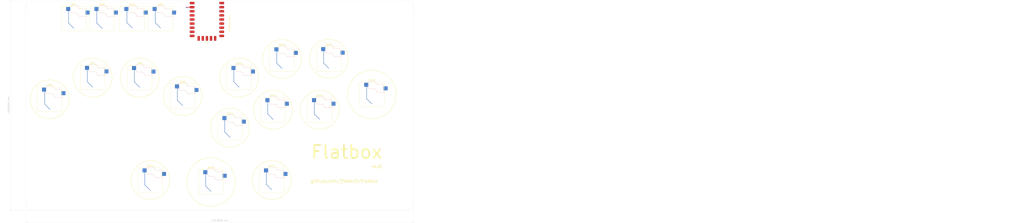
<source format=kicad_pcb>
(kicad_pcb (version 20240108) (generator "pcbnew") (generator_version "8.0")
  (layers (0 "F.Cu" signal) (31 "B.Cu" signal) (34 "B.Paste" user) (35 "F.Paste" user) (36 "B.SilkS" user "B.Silkscreen") (37 "F.SilkS" user "F.Silkscreen") (38 "B.Mask" user) (39 "F.Mask" user) (44 "Edge.Cuts" user))
  (net 0 "")
  (net 1 "GND")
  (net 2 "LEFT")
  (net 3 "DOWN")
  (net 4 "RIGHT")
  (net 5 "UP")
  (net 6 "L1")
  (net 7 "R1")
  (net 8 "TRIANGLE")
  (net 9 "SQUARE")
  (net 10 "CIRCLE")
  (net 11 "CROSS")
  (net 12 "R2")
  (net 13 "L2")
  (net 14 "OPT1")
  (net 15 "OPT2")
  (net 16 "OPT3")
  (net 17 "OPT4")
  (net 18 "OPT5")
  (net 19 "OPT6")
  (footprint "PCM_Switch_Keyboard_Hotswap_Kailh:SW_Hotswap_Kailh_Choc_V1V2" (layer "F.Cu") (at 120.4 68.05)
    (property "Reference" "SW8" (at 0 -9 0) (layer "F.SilkS"))
    (property "Value" "SW_Push")
    (pad "" np_thru_hole circle (at -5.5 0) (size 1.9 1.9) (drill 1.9) (layers "*.Cu" "*.Mask"))
    (pad "" np_thru_hole circle (at -5 5.15) (size 1.6 1.6) (drill 1.6) (layers "*.Cu" "*.Mask"))
    (pad "" np_thru_hole circle (at 0 -5.9) (size 3.05 3.05) (drill 3.05) (layers "*.Cu" "*.Mask"))
    (pad "" np_thru_hole circle (at 0 0) (size 5.05 5.05) (drill 5.05) (layers "*.Cu" "*.Mask"))
    (pad "" np_thru_hole circle (at 5 -3.8) (size 3.05 3.05) (drill 3.05) (layers "*.Cu" "*.Mask"))
    (pad "" np_thru_hole circle (at 5.5 0) (size 1.9 1.9) (drill 1.9) (layers "*.Cu" "*.Mask"))
    (pad "1" smd roundrect (at -3.5 -6) (size 2.55 2.5) (layers "B.Cu" "B.Paste" "B.Mask") (roundrect_rratio 0.1) (net 3 "DOWN"))
    (pad "2" smd roundrect (at 8.5 -3.8) (size 2.55 2.5) (layers "B.Cu" "B.Paste" "B.Mask") (roundrect_rratio 0.1) (net 1 "GND"))
  )
  (footprint "PCM_Switch_Keyboard_Hotswap_Kailh:SW_Hotswap_Kailh_Choc_V1V2" (layer "F.Cu") (at 147 79.4)
    (property "Reference" "SW9" (at 0 -9 0) (layer "F.SilkS"))
    (property "Value" "SW_Push")
    (pad "" np_thru_hole circle (at -5.5 0) (size 1.9 1.9) (drill 1.9) (layers "*.Cu" "*.Mask"))
    (pad "" np_thru_hole circle (at -5 5.15) (size 1.6 1.6) (drill 1.6) (layers "*.Cu" "*.Mask"))
    (pad "" np_thru_hole circle (at 0 -5.9) (size 3.05 3.05) (drill 3.05) (layers "*.Cu" "*.Mask"))
    (pad "" np_thru_hole circle (at 0 0) (size 5.05 5.05) (drill 5.05) (layers "*.Cu" "*.Mask"))
    (pad "" np_thru_hole circle (at 5 -3.8) (size 3.05 3.05) (drill 3.05) (layers "*.Cu" "*.Mask"))
    (pad "" np_thru_hole circle (at 5.5 0) (size 1.9 1.9) (drill 1.9) (layers "*.Cu" "*.Mask"))
    (pad "1" smd roundrect (at -3.5 -6) (size 2.55 2.5) (layers "B.Cu" "B.Paste" "B.Mask") (roundrect_rratio 0.1) (net 4 "RIGHT"))
    (pad "2" smd roundrect (at 8.5 -3.8) (size 2.55 2.5) (layers "B.Cu" "B.Paste" "B.Mask") (roundrect_rratio 0.1) (net 1 "GND"))
  )
  (footprint "PCM_Switch_Keyboard_Hotswap_Kailh:SW_Hotswap_Kailh_Choc_V1V2" (layer "F.Cu") (at 164.5 132.5)
    (property "Reference" "SW18" (at 0 -9 0) (layer "F.SilkS"))
    (property "Value" "SW_Push")
    (pad "" np_thru_hole circle (at -5.5 0) (size 1.9 1.9) (drill 1.9) (layers "*.Cu" "*.Mask"))
    (pad "" np_thru_hole circle (at -5 5.15) (size 1.6 1.6) (drill 1.6) (layers "*.Cu" "*.Mask"))
    (pad "" np_thru_hole circle (at 0 -5.9) (size 3.05 3.05) (drill 3.05) (layers "*.Cu" "*.Mask"))
    (pad "" np_thru_hole circle (at 0 0) (size 5.05 5.05) (drill 5.05) (layers "*.Cu" "*.Mask"))
    (pad "" np_thru_hole circle (at 5 -3.8) (size 3.05 3.05) (drill 3.05) (layers "*.Cu" "*.Mask"))
    (pad "" np_thru_hole circle (at 5.5 0) (size 1.9 1.9) (drill 1.9) (layers "*.Cu" "*.Mask"))
    (pad "1" smd roundrect (at -3.5 -6) (size 2.55 2.5) (layers "B.Cu" "B.Paste" "B.Mask") (roundrect_rratio 0.1) (net 5 "UP"))
    (pad "2" smd roundrect (at 8.5 -3.8) (size 2.55 2.5) (layers "B.Cu" "B.Paste" "B.Mask") (roundrect_rratio 0.1) (net 1 "GND"))
  )
  (footprint "PCM_Switch_Keyboard_Hotswap_Kailh:SW_Hotswap_Kailh_Choc_V1V2" (layer "F.Cu") (at 181.94 67.99)
    (property "Reference" "SW10" (at 0 -9 0) (layer "F.SilkS"))
    (property "Value" "SW_Push")
    (pad "" np_thru_hole circle (at -5.5 0) (size 1.9 1.9) (drill 1.9) (layers "*.Cu" "*.Mask"))
    (pad "" np_thru_hole circle (at -5 5.15) (size 1.6 1.6) (drill 1.6) (layers "*.Cu" "*.Mask"))
    (pad "" np_thru_hole circle (at 0 -5.9) (size 3.05 3.05) (drill 3.05) (layers "*.Cu" "*.Mask"))
    (pad "" np_thru_hole circle (at 0 0) (size 5.05 5.05) (drill 5.05) (layers "*.Cu" "*.Mask"))
    (pad "" np_thru_hole circle (at 5 -3.8) (size 3.05 3.05) (drill 3.05) (layers "*.Cu" "*.Mask"))
    (pad "" np_thru_hole circle (at 5.5 0) (size 1.9 1.9) (drill 1.9) (layers "*.Cu" "*.Mask"))
    (pad "1" smd roundrect (at -3.5 -6) (size 2.55 2.5) (layers "B.Cu" "B.Paste" "B.Mask") (roundrect_rratio 0.1) (net 9 "SQUARE"))
    (pad "2" smd roundrect (at 8.5 -3.8) (size 2.55 2.5) (layers "B.Cu" "B.Paste" "B.Mask") (roundrect_rratio 0.1) (net 1 "GND"))
  )
  (footprint "PCM_Switch_Keyboard_Hotswap_Kailh:SW_Hotswap_Kailh_Choc_V1V2" (layer "F.Cu") (at 208.5 56.46)
    (property "Reference" "SW11" (at 0 -9 0) (layer "F.SilkS"))
    (property "Value" "SW_Push")
    (pad "" np_thru_hole circle (at -5.5 0) (size 1.9 1.9) (drill 1.9) (layers "*.Cu" "*.Mask"))
    (pad "" np_thru_hole circle (at -5 5.15) (size 1.6 1.6) (drill 1.6) (layers "*.Cu" "*.Mask"))
    (pad "" np_thru_hole circle (at 0 -5.9) (size 3.05 3.05) (drill 3.05) (layers "*.Cu" "*.Mask"))
    (pad "" np_thru_hole circle (at 0 0) (size 5.05 5.05) (drill 5.05) (layers "*.Cu" "*.Mask"))
    (pad "" np_thru_hole circle (at 5 -3.8) (size 3.05 3.05) (drill 3.05) (layers "*.Cu" "*.Mask"))
    (pad "" np_thru_hole circle (at 5.5 0) (size 1.9 1.9) (drill 1.9) (layers "*.Cu" "*.Mask"))
    (pad "1" smd roundrect (at -3.5 -6) (size 2.55 2.5) (layers "B.Cu" "B.Paste" "B.Mask") (roundrect_rratio 0.1) (net 8 "TRIANGLE"))
    (pad "2" smd roundrect (at 8.5 -3.8) (size 2.55 2.5) (layers "B.Cu" "B.Paste" "B.Mask") (roundrect_rratio 0.1) (net 1 "GND"))
  )
  (footprint "PCM_Switch_Keyboard_Hotswap_Kailh:SW_Hotswap_Kailh_Choc_V1V2" (layer "F.Cu") (at 237.47 56.34)
    (property "Reference" "SW12" (at 0 -9 0) (layer "F.SilkS"))
    (property "Value" "SW_Push")
    (pad "" np_thru_hole circle (at -5.5 0) (size 1.9 1.9) (drill 1.9) (layers "*.Cu" "*.Mask"))
    (pad "" np_thru_hole circle (at -5 5.15) (size 1.6 1.6) (drill 1.6) (layers "*.Cu" "*.Mask"))
    (pad "" np_thru_hole circle (at 0 -5.9) (size 3.05 3.05) (drill 3.05) (layers "*.Cu" "*.Mask"))
    (pad "" np_thru_hole circle (at 0 0) (size 5.05 5.05) (drill 5.05) (layers "*.Cu" "*.Mask"))
    (pad "" np_thru_hole circle (at 5 -3.8) (size 3.05 3.05) (drill 3.05) (layers "*.Cu" "*.Mask"))
    (pad "" np_thru_hole circle (at 5.5 0) (size 1.9 1.9) (drill 1.9) (layers "*.Cu" "*.Mask"))
    (pad "1" smd roundrect (at -3.5 -6) (size 2.55 2.5) (layers "B.Cu" "B.Paste" "B.Mask") (roundrect_rratio 0.1) (net 7 "R1"))
    (pad "2" smd roundrect (at 8.5 -3.8) (size 2.55 2.5) (layers "B.Cu" "B.Paste" "B.Mask") (roundrect_rratio 0.1) (net 1 "GND"))
  )
  (footprint "PCM_Switch_Keyboard_Hotswap_Kailh:SW_Hotswap_Kailh_Choc_V1V2" (layer "F.Cu") (at 176.33 99.03)
    (property "Reference" "SW14" (at 0 -9 0) (layer "F.SilkS"))
    (property "Value" "SW_Push")
    (pad "" np_thru_hole circle (at -5.5 0) (size 1.9 1.9) (drill 1.9) (layers "*.Cu" "*.Mask"))
    (pad "" np_thru_hole circle (at -5 5.15) (size 1.6 1.6) (drill 1.6) (layers "*.Cu" "*.Mask"))
    (pad "" np_thru_hole circle (at 0 -5.9) (size 3.05 3.05) (drill 3.05) (layers "*.Cu" "*.Mask"))
    (pad "" np_thru_hole circle (at 0 0) (size 5.05 5.05) (drill 5.05) (layers "*.Cu" "*.Mask"))
    (pad "" np_thru_hole circle (at 5 -3.8) (size 3.05 3.05) (drill 3.05) (layers "*.Cu" "*.Mask"))
    (pad "" np_thru_hole circle (at 5.5 0) (size 1.9 1.9) (drill 1.9) (layers "*.Cu" "*.Mask"))
    (pad "1" smd roundrect (at -3.5 -6) (size 2.55 2.5) (layers "B.Cu" "B.Paste" "B.Mask") (roundrect_rratio 0.1) (net 11 "CROSS"))
    (pad "2" smd roundrect (at 8.5 -3.8) (size 2.55 2.5) (layers "B.Cu" "B.Paste" "B.Mask") (roundrect_rratio 0.1) (net 1 "GND"))
  )
  (footprint "PCM_Switch_Keyboard_Hotswap_Kailh:SW_Hotswap_Kailh_Choc_V1V2" (layer "F.Cu") (at 202.94 87.92)
    (property "Reference" "SW15" (at 0 -9 0) (layer "F.SilkS"))
    (property "Value" "SW_Push")
    (pad "" np_thru_hole circle (at -5.5 0) (size 1.9 1.9) (drill 1.9) (layers "*.Cu" "*.Mask"))
    (pad "" np_thru_hole circle (at -5 5.15) (size 1.6 1.6) (drill 1.6) (layers "*.Cu" "*.Mask"))
    (pad "" np_thru_hole circle (at 0 -5.9) (size 3.05 3.05) (drill 3.05) (layers "*.Cu" "*.Mask"))
    (pad "" np_thru_hole circle (at 0 0) (size 5.05 5.05) (drill 5.05) (layers "*.Cu" "*.Mask"))
    (pad "" np_thru_hole circle (at 5 -3.8) (size 3.05 3.05) (drill 3.05) (layers "*.Cu" "*.Mask"))
    (pad "" np_thru_hole circle (at 5.5 0) (size 1.9 1.9) (drill 1.9) (layers "*.Cu" "*.Mask"))
    (pad "1" smd roundrect (at -3.5 -6) (size 2.55 2.5) (layers "B.Cu" "B.Paste" "B.Mask") (roundrect_rratio 0.1) (net 10 "CIRCLE"))
    (pad "2" smd roundrect (at 8.5 -3.8) (size 2.55 2.5) (layers "B.Cu" "B.Paste" "B.Mask") (roundrect_rratio 0.1) (net 1 "GND"))
  )
  (footprint "PCM_Switch_Keyboard_Hotswap_Kailh:SW_Hotswap_Kailh_Choc_V1V2" (layer "F.Cu") (at 231.79 87.92)
    (property "Reference" "SW16" (at 0 -9 0) (layer "F.SilkS"))
    (property "Value" "SW_Push")
    (pad "" np_thru_hole circle (at -5.5 0) (size 1.9 1.9) (drill 1.9) (layers "*.Cu" "*.Mask"))
    (pad "" np_thru_hole circle (at -5 5.15) (size 1.6 1.6) (drill 1.6) (layers "*.Cu" "*.Mask"))
    (pad "" np_thru_hole circle (at 0 -5.9) (size 3.05 3.05) (drill 3.05) (layers "*.Cu" "*.Mask"))
    (pad "" np_thru_hole circle (at 0 0) (size 5.05 5.05) (drill 5.05) (layers "*.Cu" "*.Mask"))
    (pad "" np_thru_hole circle (at 5 -3.8) (size 3.05 3.05) (drill 3.05) (layers "*.Cu" "*.Mask"))
    (pad "" np_thru_hole circle (at 5.5 0) (size 1.9 1.9) (drill 1.9) (layers "*.Cu" "*.Mask"))
    (pad "1" smd roundrect (at -3.5 -6) (size 2.55 2.5) (layers "B.Cu" "B.Paste" "B.Mask") (roundrect_rratio 0.1) (net 12 "R2"))
    (pad "2" smd roundrect (at 8.5 -3.8) (size 2.55 2.5) (layers "B.Cu" "B.Paste" "B.Mask") (roundrect_rratio 0.1) (net 1 "GND"))
  )
  (footprint "MountingHole:MountingHole_6.4mm_M6" (layer "F.Cu") (at 60 30)
    (property "Reference" "H1" (hide yes))
    (property "Value" "MountingHole")
    (pad "" np_thru_hole circle (at 0 0) (size 6.4 6.4) (drill 6.4) (layers "*.Cu" "*.Mask"))
  )
  (footprint "MountingHole:MountingHole_6.4mm_M6" (layer "F.Cu") (at 60 140)
    (property "Reference" "H4" (hide yes))
    (property "Value" "MountingHole")
    (pad "" np_thru_hole circle (at 0 0) (size 6.4 6.4) (drill 6.4) (layers "*.Cu" "*.Mask"))
  )
  (footprint "MountingHole:MountingHole_6.4mm_M6" (layer "F.Cu") (at 280 140)
    (property "Reference" "H6" (hide yes))
    (property "Value" "MountingHole")
    (pad "" np_thru_hole circle (at 0 0) (size 6.4 6.4) (drill 6.4) (layers "*.Cu" "*.Mask"))
  )
  (footprint "MountingHole:MountingHole_6.4mm_M6" (layer "F.Cu") (at 661 37.5)
    (property "Reference" "H3" (hide yes))
    (property "Value" "MountingHole")
    (pad "" np_thru_hole circle (at 0 0) (size 6.4 6.4) (drill 6.4) (layers "*.Cu" "*.Mask"))
  )
  (footprint "PCM_Switch_Keyboard_Hotswap_Kailh:SW_Hotswap_Kailh_Choc_V1V2" (layer "F.Cu") (at 91.305 67.93)
    (property "Reference" "SW7" (at 0 -9 0) (layer "F.SilkS"))
    (property "Value" "SW_Push")
    (pad "" np_thru_hole circle (at -5.5 0) (size 1.9 1.9) (drill 1.9) (layers "*.Cu" "*.Mask"))
    (pad "" np_thru_hole circle (at -5 5.15) (size 1.6 1.6) (drill 1.6) (layers "*.Cu" "*.Mask"))
    (pad "" np_thru_hole circle (at 0 -5.9) (size 3.05 3.05) (drill 3.05) (layers "*.Cu" "*.Mask"))
    (pad "" np_thru_hole circle (at 0 0) (size 5.05 5.05) (drill 5.05) (layers "*.Cu" "*.Mask"))
    (pad "" np_thru_hole circle (at 5 -3.8) (size 3.05 3.05) (drill 3.05) (layers "*.Cu" "*.Mask"))
    (pad "" np_thru_hole circle (at 5.5 0) (size 1.9 1.9) (drill 1.9) (layers "*.Cu" "*.Mask"))
    (pad "1" smd roundrect (at -3.5 -6) (size 2.55 2.5) (layers "B.Cu" "B.Paste" "B.Mask") (roundrect_rratio 0.1) (net 2 "LEFT"))
    (pad "2" smd roundrect (at 8.5 -3.8) (size 2.55 2.5) (layers "B.Cu" "B.Paste" "B.Mask") (roundrect_rratio 0.1) (net 1 "GND"))
  )
  (footprint "MountingHole:MountingHole_6.4mm_M6" (layer "F.Cu") (at 280 30)
    (property "Reference" "H3" (hide yes))
    (property "Value" "MountingHole")
    (pad "" np_thru_hole circle (at 0 0) (size 6.4 6.4) (drill 6.4) (layers "*.Cu" "*.Mask"))
  )
  (footprint "PCM_Switch_Keyboard_Hotswap_Kailh:SW_Hotswap_Kailh_Choc_V1V2_1.00u" (layer "F.Cu") (at 97.1375 31.5)
    (property "Reference" "SW2" (at 0 -9 0) (layer "F.SilkS"))
    (property "Value" "SW_Push")
    (pad "" np_thru_hole circle (at -5.5 0) (size 1.9 1.9) (drill 1.9) (layers "*.Cu" "*.Mask"))
    (pad "" np_thru_hole circle (at -5 5.15) (size 1.6 1.6) (drill 1.6) (layers "*.Cu" "*.Mask"))
    (pad "" np_thru_hole circle (at 0 -5.9) (size 3.05 3.05) (drill 3.05) (layers "*.Cu" "*.Mask"))
    (pad "" np_thru_hole circle (at 0 0) (size 5.05 5.05) (drill 5.05) (layers "*.Cu" "*.Mask"))
    (pad "" np_thru_hole circle (at 5 -3.8) (size 3.05 3.05) (drill 3.05) (layers "*.Cu" "*.Mask"))
    (pad "" np_thru_hole circle (at 5.5 0) (size 1.9 1.9) (drill 1.9) (layers "*.Cu" "*.Mask"))
    (pad "1" smd roundrect (at -3.5 -6) (size 2.55 2.5) (layers "B.Cu" "B.Paste" "B.Mask") (roundrect_rratio 0.1) (net 15 "OPT2"))
    (pad "2" smd roundrect (at 8.5 -3.8) (size 2.55 2.5) (layers "B.Cu" "B.Paste" "B.Mask") (roundrect_rratio 0.1) (net 1 "GND"))
  )
  (footprint "PCM_Switch_Keyboard_Hotswap_Kailh:SW_Hotswap_Kailh_Choc_V1V2_1.00u" (layer "F.Cu") (at 115.6365 31.5)
    (property "Reference" "SW5" (at 0 -9 0) (layer "F.SilkS"))
    (property "Value" "SW_Push")
    (pad "" np_thru_hole circle (at -5.5 0) (size 1.9 1.9) (drill 1.9) (layers "*.Cu" "*.Mask"))
    (pad "" np_thru_hole circle (at -5 5.15) (size 1.6 1.6) (drill 1.6) (layers "*.Cu" "*.Mask"))
    (pad "" np_thru_hole circle (at 0 -5.9) (size 3.05 3.05) (drill 3.05) (layers "*.Cu" "*.Mask"))
    (pad "" np_thru_hole circle (at 0 0) (size 5.05 5.05) (drill 5.05) (layers "*.Cu" "*.Mask"))
    (pad "" np_thru_hole circle (at 5 -3.8) (size 3.05 3.05) (drill 3.05) (layers "*.Cu" "*.Mask"))
    (pad "" np_thru_hole circle (at 5.5 0) (size 1.9 1.9) (drill 1.9) (layers "*.Cu" "*.Mask"))
    (pad "1" smd roundrect (at -3.5 -6) (size 2.55 2.5) (layers "B.Cu" "B.Paste" "B.Mask") (roundrect_rratio 0.1) (net 18 "OPT5"))
    (pad "2" smd roundrect (at 8.5 -3.8) (size 2.55 2.5) (layers "B.Cu" "B.Paste" "B.Mask") (roundrect_rratio 0.1) (net 1 "GND"))
  )
  (footprint "PCM_Switch_Keyboard_Hotswap_Kailh:SW_Hotswap_Kailh_Choc_V1V2_1.00u" (layer "F.Cu") (at 79.6375 31.5)
    (property "Reference" "SW1" (at 0 -9 0) (layer "F.SilkS"))
    (property "Value" "SW_Push")
    (pad "" np_thru_hole circle (at -5.5 0) (size 1.9 1.9) (drill 1.9) (layers "*.Cu" "*.Mask"))
    (pad "" np_thru_hole circle (at -5 5.15) (size 1.6 1.6) (drill 1.6) (layers "*.Cu" "*.Mask"))
    (pad "" np_thru_hole circle (at 0 -5.9) (size 3.05 3.05) (drill 3.05) (layers "*.Cu" "*.Mask"))
    (pad "" np_thru_hole circle (at 0 0) (size 5.05 5.05) (drill 5.05) (layers "*.Cu" "*.Mask"))
    (pad "" np_thru_hole circle (at 5 -3.8) (size 3.05 3.05) (drill 3.05) (layers "*.Cu" "*.Mask"))
    (pad "" np_thru_hole circle (at 5.5 0) (size 1.9 1.9) (drill 1.9) (layers "*.Cu" "*.Mask"))
    (pad "1" smd roundrect (at -3.5 -6) (size 2.55 2.5) (layers "B.Cu" "B.Paste" "B.Mask") (roundrect_rratio 0.1) (net 14 "OPT1"))
    (pad "2" smd roundrect (at 8.5 -3.8) (size 2.55 2.5) (layers "B.Cu" "B.Paste" "B.Mask") (roundrect_rratio 0.1) (net 1 "GND"))
  )
  (footprint "PCM_Switch_Keyboard_Hotswap_Kailh:SW_Hotswap_Kailh_Choc_V1V2_1.00u" (layer "F.Cu") (at 133.1375 31.5)
    (property "Reference" "SW6" (at 0 -9 0) (layer "F.SilkS"))
    (property "Value" "SW_Push")
    (pad "" np_thru_hole circle (at -5.5 0) (size 1.9 1.9) (drill 1.9) (layers "*.Cu" "*.Mask"))
    (pad "" np_thru_hole circle (at -5 5.15) (size 1.6 1.6) (drill 1.6) (layers "*.Cu" "*.Mask"))
    (pad "" np_thru_hole circle (at 0 -5.9) (size 3.05 3.05) (drill 3.05) (layers "*.Cu" "*.Mask"))
    (pad "" np_thru_hole circle (at 0 0) (size 5.05 5.05) (drill 5.05) (layers "*.Cu" "*.Mask"))
    (pad "" np_thru_hole circle (at 5 -3.8) (size 3.05 3.05) (drill 3.05) (layers "*.Cu" "*.Mask"))
    (pad "" np_thru_hole circle (at 5.5 0) (size 1.9 1.9) (drill 1.9) (layers "*.Cu" "*.Mask"))
    (pad "1" smd roundrect (at -3.5 -6) (size 2.55 2.5) (layers "B.Cu" "B.Paste" "B.Mask") (roundrect_rratio 0.1) (net 19 "OPT6"))
    (pad "2" smd roundrect (at 8.5 -3.8) (size 2.55 2.5) (layers "B.Cu" "B.Paste" "B.Mask") (roundrect_rratio 0.1) (net 1 "GND"))
  )
  (footprint "PCM_Switch_Keyboard_Hotswap_Kailh:SW_Hotswap_Kailh_Choc_V1V2" (layer "F.Cu") (at 64.705 81.4)
    (property "Reference" "SW9" (at 0 -9 0) (layer "F.SilkS"))
    (property "Value" "SW_Push")
    (pad "" np_thru_hole circle (at -5.5 0) (size 1.9 1.9) (drill 1.9) (layers "*.Cu" "*.Mask"))
    (pad "" np_thru_hole circle (at -5 5.15) (size 1.6 1.6) (drill 1.6) (layers "*.Cu" "*.Mask"))
    (pad "" np_thru_hole circle (at 0 -5.9) (size 3.05 3.05) (drill 3.05) (layers "*.Cu" "*.Mask"))
    (pad "" np_thru_hole circle (at 0 0) (size 5.05 5.05) (drill 5.05) (layers "*.Cu" "*.Mask"))
    (pad "" np_thru_hole circle (at 5 -3.8) (size 3.05 3.05) (drill 3.05) (layers "*.Cu" "*.Mask"))
    (pad "" np_thru_hole circle (at 5.5 0) (size 1.9 1.9) (drill 1.9) (layers "*.Cu" "*.Mask"))
    (pad "1" smd roundrect (at -3.5 -6) (size 2.55 2.5) (layers "B.Cu" "B.Paste" "B.Mask") (roundrect_rratio 0.1) (net 16 "OPT3"))
    (pad "2" smd roundrect (at 8.5 -3.8) (size 2.55 2.5) (layers "B.Cu" "B.Paste" "B.Mask") (roundrect_rratio 0.1) (net 1 "GND"))
  )
  (footprint "PCM_Switch_Keyboard_Hotswap_Kailh:SW_Hotswap_Kailh_Choc_V1V2" (layer "F.Cu") (at 264.086255 78.410082)
    (property "Reference" "SW13" (at 0 -9 0) (layer "F.SilkS"))
    (property "Value" "SW_Push")
    (pad "" np_thru_hole circle (at -5.5 0) (size 1.9 1.9) (drill 1.9) (layers "F&B.Cu" "*.Mask"))
    (pad "" np_thru_hole circle (at -5 5.15) (size 1.6 1.6) (drill 1.6) (layers "F&B.Cu" "*.Mask"))
    (pad "" np_thru_hole circle (at 0 -5.9) (size 3.05 3.05) (drill 3.05) (layers "F&B.Cu" "*.Mask"))
    (pad "" np_thru_hole circle (at 0 0) (size 5.05 5.05) (drill 5.05) (layers "F&B.Cu" "*.Mask"))
    (pad "" np_thru_hole circle (at 5 -3.8) (size 3.05 3.05) (drill 3.05) (layers "F&B.Cu" "*.Mask"))
    (pad "" np_thru_hole circle (at 5.5 0) (size 1.9 1.9) (drill 1.9) (layers "F&B.Cu" "*.Mask"))
    (pad "1" smd roundrect (at -3.5 -6) (size 2.55 2.5) (layers "B.Cu" "B.Paste" "B.Mask") (roundrect_rratio 0.1) (net 6 "L1"))
    (pad "2" smd roundrect (at 8.5 -3.8) (size 2.55 2.5) (layers "B.Cu" "B.Paste" "B.Mask") (roundrect_rratio 0.1) (net 1 "GND"))
  )
  (footprint "PCM_Switch_Keyboard_Hotswap_Kailh:SW_Hotswap_Kailh_Choc_V1V2" (layer "F.Cu") (at 126.92 131.38)
    (property "Reference" "SW14" (at 0 -9 0) (layer "F.SilkS"))
    (property "Value" "SW_Push")
    (pad "" np_thru_hole circle (at -5.5 0) (size 1.9 1.9) (drill 1.9) (layers "F&B.Cu" "*.Mask"))
    (pad "" np_thru_hole circle (at -5 5.15) (size 1.6 1.6) (drill 1.6) (layers "F&B.Cu" "*.Mask"))
    (pad "" np_thru_hole circle (at 0 -5.9) (size 3.05 3.05) (drill 3.05) (layers "F&B.Cu" "*.Mask"))
    (pad "" np_thru_hole circle (at 0 0) (size 5.05 5.05) (drill 5.05) (layers "F&B.Cu" "*.Mask"))
    (pad "" np_thru_hole circle (at 5 -3.8) (size 3.05 3.05) (drill 3.05) (layers "F&B.Cu" "*.Mask"))
    (pad "" np_thru_hole circle (at 5.5 0) (size 1.9 1.9) (drill 1.9) (layers "F&B.Cu" "*.Mask"))
    (pad "1" smd roundrect (at -3.5 -6) (size 2.55 2.5) (layers "B.Cu" "B.Paste" "B.Mask") (roundrect_rratio 0.1) (net 19 "OPT6"))
    (pad "2" smd roundrect (at 8.5 -3.8) (size 2.55 2.5) (layers "B.Cu" "B.Paste" "B.Mask") (roundrect_rratio 0.1) (net 1 "GND"))
  )
  (footprint "RP2040-Zero:RP2040-Zero" (layer "F.Cu") (at 162 32)
    (property "Reference" "A1" (at 0 14.35 0) (layer "F.SilkS"))
    (property "Value" "RP2040-Zero")
    (pad "1" smd roundrect (at 9.16 -10.16 180) (size 3 1.524) (layers "F.Cu" "F.Paste" "F.Mask"))
    (pad "2" smd roundrect (at 9.16 -7.62 180) (size 3 1.524) (layers "F.Cu" "F.Paste" "F.Mask"))
    (pad "3" smd roundrect (at 9.16 -5.08 180) (size 3 1.524) (layers "F.Cu" "F.Paste" "F.Mask"))
    (pad "4" smd roundrect (at 9.16 -2.54 180) (size 3 1.524) (layers "F.Cu" "F.Paste" "F.Mask") (net 16 "OPT3"))
    (pad "5" smd roundrect (at 9.16 0 180) (size 3 1.524) (layers "F.Cu" "F.Paste" "F.Mask") (net 6 "L1"))
    (pad "6" smd roundrect (at 9.16 2.54 180) (size 3 1.524) (layers "F.Cu" "F.Paste" "F.Mask") (net 7 "R1"))
    (pad "7" smd roundrect (at 9.16 5.08 180) (size 3 1.524) (layers "F.Cu" "F.Paste" "F.Mask") (net 12 "R2"))
    (pad "8" smd roundrect (at 9.16 7.62 180) (size 3 1.524) (layers "F.Cu" "F.Paste" "F.Mask") (net 8 "TRIANGLE"))
    (pad "9" smd roundrect (at 9.16 10.16 180) (size 3 1.524) (layers "F.Cu" "F.Paste" "F.Mask") (net 10 "CIRCLE"))
    (pad "10" smd roundrect (at 5.08 11.7 270) (size 3 1.524) (layers "F.Cu" "F.Paste" "F.Mask") (net 9 "SQUARE"))
    (pad "11" smd roundrect (at 2.54 11.7 270) (size 3 1.524) (layers "F.Cu" "F.Paste" "F.Mask") (net 11 "CROSS"))
    (pad "12" smd roundrect (at 0 11.7 270) (size 3 1.524) (layers "F.Cu" "F.Paste" "F.Mask") (net 13 "L2"))
    (pad "13" smd roundrect (at -2.54 11.7 270) (size 3 1.524) (layers "F.Cu" "F.Paste" "F.Mask") (net 5 "UP"))
    (pad "14" smd roundrect (at -5.08 11.7 90) (size 3 1.524) (layers "F.Cu" "F.Paste" "F.Mask") (net 4 "RIGHT"))
    (pad "15" smd roundrect (at -9.16 10.16 180) (size 3 1.524) (layers "F.Cu" "F.Paste" "F.Mask") (net 17 "OPT4"))
    (pad "16" smd roundrect (at -9.16 7.62 180) (size 3 1.524) (layers "F.Cu" "F.Paste" "F.Mask") (net 3 "DOWN"))
    (pad "17" smd roundrect (at -9.16 5.08 180) (size 3 1.524) (layers "F.Cu" "F.Paste" "F.Mask") (net 19 "OPT6"))
    (pad "18" smd roundrect (at -9.16 2.54 180) (size 3 1.524) (layers "F.Cu" "F.Paste" "F.Mask") (net 17 "OPT4"))
    (pad "19" smd roundrect (at -9.16 0 180) (size 3 1.524) (layers "F.Cu" "F.Paste" "F.Mask") (net 18 "OPT5"))
    (pad "20" smd roundrect (at -9.16 -2.54 180) (size 3 1.524) (layers "F.Cu" "F.Paste" "F.Mask") (net 19 "OPT6"))
    (pad "21" smd roundrect (at -9.16 -5.08 180) (size 3 1.524) (layers "F.Cu" "F.Paste" "F.Mask"))
    (pad "22" smd roundrect (at -9.16 -10.16 180) (size 3 1.524) (layers "F.Cu" "F.Paste" "F.Mask"))
    (pad "23" smd roundrect (at -9.16 -7.62 180) (size 3 1.524) (layers "F.Cu" "F.Paste" "F.Mask") (net 1 "GND"))
  )
  (footprint "MountingHole:MountingHole_6.4mm_M6" (layer "F.Cu") (at 167 81)
    (property "Reference" "H2" (hide yes))
    (property "Value" "MountingHole")
    (pad "" np_thru_hole circle (at 0 0) (size 6.4 6.4) (drill 6.4) (layers "F&B.Cu" "*.Mask"))
  )
  (footprint "MountingHole:MountingHole_6.4mm_M6" (layer "F.Cu") (at 190 30)
    (property "Reference" "H2" (hide yes))
    (property "Value" "MountingHole")
    (pad "" np_thru_hole circle (at 0 0) (size 6.4 6.4) (drill 6.4) (layers "F&B.Cu" "*.Mask"))
  )
  (footprint "MountingHole:MountingHole_6.4mm_M6" (layer "F.Cu") (at 185 140)
    (property "Reference" "H5" (hide yes))
    (property "Value" "MountingHole")
    (pad "" np_thru_hole circle (at 0 0) (size 6.4 6.4) (drill 6.4) (layers "F&B.Cu" "*.Mask"))
  )
  (footprint "PCM_Switch_Keyboard_Hotswap_Kailh:SW_Hotswap_Kailh_Choc_V1V2" (layer "F.Cu") (at 202.08 131.38)
    (property "Reference" "SW17" (at 0 -9 0) (layer "F.SilkS"))
    (property "Value" "SW_Push")
    (pad "" np_thru_hole circle (at -5.5 0) (size 1.9 1.9) (drill 1.9) (layers "*.Cu" "*.Mask"))
    (pad "" np_thru_hole circle (at -5 5.15) (size 1.6 1.6) (drill 1.6) (layers "*.Cu" "*.Mask"))
    (pad "" np_thru_hole circle (at 0 -5.9) (size 3.05 3.05) (drill 3.05) (layers "*.Cu" "*.Mask"))
    (pad "" np_thru_hole circle (at 0 0) (size 5.05 5.05) (drill 5.05) (layers "*.Cu" "*.Mask"))
    (pad "" np_thru_hole circle (at 5 -3.8) (size 3.05 3.05) (drill 3.05) (layers "*.Cu" "*.Mask"))
    (pad "" np_thru_hole circle (at 5.5 0) (size 1.9 1.9) (drill 1.9) (layers "*.Cu" "*.Mask"))
    (pad "1" smd roundrect (at -3.5 -6) (size 2.55 2.5) (layers "B.Cu" "B.Paste" "B.Mask") (roundrect_rratio 0.1) (net 13 "L2"))
    (pad "2" smd roundrect (at 8.5 -3.8) (size 2.55 2.5) (layers "B.Cu" "B.Paste" "B.Mask") (roundrect_rratio 0.1) (net 1 "GND"))
  )
  (gr_line (start 249.462567 56.343258) (end 249.462567 56.343258) (stroke (width 0.2)) (layer "F.SilkS"))
  (gr_curve (pts (xy 132.917215 141.799308) (xy 129.20603 143.947765) (xy 124.633662 143.947765) (xy 120.922477 141.799308)) (stroke (width 0.2)) (layer "F.SilkS"))
  (gr_curve (pts (xy 108.400345 68.05053) (xy 108.400345 63.753617) (xy 110.686529 59.783105) (xy 114.397714 57.634648)) (stroke (width 0.2)) (layer "F.SilkS"))
  (gr_curve (pts (xy 70.701646 91.818162) (xy 66.990462 93.966619) (xy 62.418093 93.966619) (xy 58.706909 91.818162)) (stroke (width 0.2)) (layer "F.SilkS"))
  (gr_curve (pts (xy 126.392452 57.634648) (xy 130.103636 59.783105) (xy 132.389821 63.753617) (xy 132.389821 68.05053)) (stroke (width 0.2)) (layer "F.SilkS"))
  (gr_curve (pts (xy 214.492661 66.8774) (xy 210.781476 69.025857) (xy 206.209108 69.025857) (xy 202.497923 66.8774)) (stroke (width 0.2)) (layer "F.SilkS"))
  (gr_curve (pts (xy 249.077592 78.409747) (xy 249.077592 73.034523) (xy 251.937493 68.067611) (xy 256.58 65.38)) (stroke (width 0.2)) (layer "F.SilkS"))
  (gr_line (start 220.49003 56.461518) (end 220.49003 56.461518) (stroke (width 0.2)) (layer "F.SilkS"))
  (gr_curve (pts (xy 156.993745 145.529412) (xy 152.351238 142.8418) (xy 149.491337 137.874889) (xy 149.491337 132.499665)) (stroke (width 0.2)) (layer "F.SilkS"))
  (gr_curve (pts (xy 237.78893 98.333303) (xy 234.077745 100.481759) (xy 229.505377 100.481759) (xy 225.794192 98.333303)) (stroke (width 0.2)) (layer "F.SilkS"))
  (gr_curve (pts (xy 279.087224 78.409747) (xy 279.087224 83.784971) (xy 276.227322 88.751882) (xy 271.584816 91.439494)) (stroke (width 0.2)) (layer "F.SilkS"))
  (gr_curve (pts (xy 190.085108 131.383426) (xy 190.085108 127.086513) (xy 192.371293 123.116001) (xy 196.082477 120.967546)) (stroke (width 0.2)) (layer "F.SilkS"))
  (gr_curve (pts (xy 70.701646 70.986398) (xy 74.412831 73.134855) (xy 76.699015 77.105367) (xy 76.699015 81.40228)) (stroke (width 0.2)) (layer "F.SilkS"))
  (gr_curve (pts (xy 225.794192 77.501539) (xy 229.505377 75.353082) (xy 234.077745 75.353082) (xy 237.78893 77.501539)) (stroke (width 0.2)) (layer "F.SilkS"))
  (gr_curve (pts (xy 175.945684 78.410868) (xy 172.234499 76.262411) (xy 169.948315 72.2919) (xy 169.948315 67.994986)) (stroke (width 0.2)) (layer "F.SilkS"))
  (gr_curve (pts (xy 243.786299 87.917421) (xy 243.786299 92.214334) (xy 241.500115 96.184846) (xy 237.78893 98.333303)) (stroke (width 0.2)) (layer "F.SilkS"))
  (gr_curve (pts (xy 120.922477 120.967546) (xy 124.633662 118.819088) (xy 129.20603 118.819088) (xy 132.917215 120.967546)) (stroke (width 0.2)) (layer "F.SilkS"))
  (gr_curve (pts (xy 243.465198 45.927376) (xy 247.176383 48.075832) (xy 249.462567 52.046344) (xy 249.462567 56.343258)) (stroke (width 0.2)) (layer "F.SilkS"))
  (gr_line (start 214.932021 87.917421) (end 214.932021 87.917421) (stroke (width 0.2)) (layer "F.SilkS"))
  (gr_curve (pts (xy 126.392452 78.466412) (xy 122.681267 80.614869) (xy 118.108899 80.614869) (xy 114.397714 78.466412)) (stroke (width 0.2)) (layer "F.SilkS"))
  (gr_curve (pts (xy 208.934652 98.333303) (xy 205.223467 100.481759) (xy 200.651099 100.481759) (xy 196.939914 98.333303)) (stroke (width 0.2)) (layer "F.SilkS"))
  (gr_line (start 279.087224 78.409747) (end 279.087224 78.409747) (stroke (width 0.2)) (layer "F.SilkS"))
  (gr_curve (pts (xy 219.796823 87.917421) (xy 219.796823 83.620507) (xy 222.083008 79.649996) (xy 225.794192 77.501539)) (stroke (width 0.2)) (layer "F.SilkS"))
  (gr_curve (pts (xy 171.998561 145.529412) (xy 167.356055 148.217024) (xy 161.636251 148.217024) (xy 156.993745 145.529412)) (stroke (width 0.2)) (layer "F.SilkS"))
  (gr_curve (pts (xy 202.497923 46.045636) (xy 206.209108 43.89718) (xy 210.781476 43.89718) (xy 214.492661 46.045636)) (stroke (width 0.2)) (layer "F.SilkS"))
  (gr_curve (pts (xy 114.925108 131.383426) (xy 114.925108 127.086513) (xy 117.211293 123.116001) (xy 120.922477 120.967546)) (stroke (width 0.2)) (layer "F.SilkS"))
  (gr_curve (pts (xy 120.922477 141.799308) (xy 117.211293 139.650852) (xy 114.925108 135.68034) (xy 114.925108 131.383426)) (stroke (width 0.2)) (layer "F.SilkS"))
  (gr_curve (pts (xy 97.301646 57.516398) (xy 101.012831 59.664855) (xy 103.299015 63.635367) (xy 103.299015 67.93228)) (stroke (width 0.2)) (layer "F.SilkS"))
  (gr_curve (pts (xy 58.706909 70.986398) (xy 62.418093 68.837941) (xy 66.990462 68.837941) (xy 70.701646 70.986398)) (stroke (width 0.2)) (layer "F.SilkS"))
  (gr_curve (pts (xy 193.937791 67.994986) (xy 193.937791 72.2919) (xy 191.651607 76.262411) (xy 187.940422 78.410868)) (stroke (width 0.2)) (layer "F.SilkS"))
  (gr_curve (pts (xy 85.306909 57.516398) (xy 89.018093 55.367941) (xy 93.590462 55.367941) (xy 97.301646 57.516398)) (stroke (width 0.2)) (layer "F.SilkS"))
  (gr_curve (pts (xy 164.335108 99.033426) (xy 164.335108 94.736513) (xy 166.621293 90.766001) (xy 170.332477 88.617546)) (stroke (width 0.2)) (layer "F.SilkS"))
  (gr_curve (pts (xy 196.082477 141.799308) (xy 192.371293 139.650852) (xy 190.085108 135.68034) (xy 190.085108 131.383426)) (stroke (width 0.2)) (layer "F.SilkS"))
  (gr_curve (pts (xy 225.473091 56.343258) (xy 225.473091 52.046344) (xy 227.759275 48.075832) (xy 231.47046 45.927376)) (stroke (width 0.2)) (layer "F.SilkS"))
  (gr_curve (pts (xy 152.999904 89.818924) (xy 149.288719 91.96738) (xy 144.716351 91.96738) (xy 141.005166 89.818924)) (stroke (width 0.2)) (layer "F.SilkS"))
  (gr_curve (pts (xy 135.007798 79.403042) (xy 135.007798 75.106128) (xy 137.293982 71.135617) (xy 141.005166 68.98716)) (stroke (width 0.2)) (layer "F.SilkS"))
  (gr_curve (pts (xy 170.332477 88.617546) (xy 174.043662 86.469088) (xy 178.61603 86.469088) (xy 182.327215 88.617546)) (stroke (width 0.2)) (layer "F.SilkS"))
  (gr_curve (pts (xy 187.940422 57.579104) (xy 191.651607 59.727561) (xy 193.937791 63.698073) (xy 193.937791 67.994986)) (stroke (width 0.2)) (layer "F.SilkS"))
  (gr_curve (pts (xy 196.082477 120.967546) (xy 199.793662 118.819088) (xy 204.36603 118.819088) (xy 208.077215 120.967546)) (stroke (width 0.2)) (layer "F.SilkS"))
  (gr_curve (pts (xy 208.077215 120.967546) (xy 211.7884 123.116001) (xy 214.074584 127.086513) (xy 214.074584 131.383426)) (stroke (width 0.2)) (layer "F.SilkS"))
  (gr_curve (pts (xy 58.706909 91.818162) (xy 54.995724 89.669705) (xy 52.70954 85.699193) (xy 52.70954 81.40228)) (stroke (width 0.2)) (layer "F.SilkS"))
  (gr_line (start 188.324584 99.033426) (end 188.324584 99.033426) (stroke (width 0.2)) (layer "F.SilkS"))
  (gr_curve (pts (xy 214.932021 87.917421) (xy 214.932021 92.214334) (xy 212.645837 96.184846) (xy 208.934652 98.333303)) (stroke (width 0.2)) (layer "F.SilkS"))
  (gr_curve (pts (xy 171.998561 119.469918) (xy 176.641067 122.157529) (xy 179.500969 127.124441) (xy 179.500969 132.499665)) (stroke (width 0.2)) (layer "F.SilkS"))
  (gr_curve (pts (xy 208.077215 141.799308) (xy 204.36603 143.947765) (xy 199.793662 143.947765) (xy 196.082477 141.799308)) (stroke (width 0.2)) (layer "F.SilkS"))
  (gr_curve (pts (xy 97.301646 78.348162) (xy 93.590462 80.496619) (xy 89.018093 80.496619) (xy 85.306909 78.348162)) (stroke (width 0.2)) (layer "F.SilkS"))
  (gr_curve (pts (xy 202.497923 66.8774) (xy 198.786739 64.728943) (xy 196.500555 60.758432) (xy 196.500555 56.461518)) (stroke (width 0.2)) (layer "F.SilkS"))
  (gr_curve (pts (xy 149.491337 132.499665) (xy 149.491337 127.124441) (xy 152.351238 122.157529) (xy 156.993745 119.469918)) (stroke (width 0.2)) (layer "F.SilkS"))
  (gr_line (start 193.937791 67.994986) (end 193.937791 67.994986) (stroke (width 0.2)) (layer "F.SilkS"))
  (gr_curve (pts (xy 182.327215 88.617546) (xy 186.0384 90.766001) (xy 188.324584 94.736513) (xy 188.324584 99.033426)) (stroke (width 0.2)) (layer "F.SilkS"))
  (gr_curve (pts (xy 256.58 91.439494) (xy 251.937493 88.751882) (xy 249.077592 83.784971) (xy 249.077592 78.409747)) (stroke (width 0.2)) (layer "F.SilkS"))
  (gr_curve (pts (xy 196.939914 98.333303) (xy 193.228729 96.184846) (xy 190.942545 92.214334) (xy 190.942545 87.917421)) (stroke (width 0.2)) (layer "F.SilkS"))
  (gr_curve (pts (xy 214.492661 46.045636) (xy 218.203846 48.194093) (xy 220.49003 52.164605) (xy 220.49003 56.461518)) (stroke (width 0.2)) (layer "F.SilkS"))
  (gr_curve (pts (xy 196.939914 77.501539) (xy 200.651099 75.353082) (xy 205.223467 75.353082) (xy 208.934652 77.501539)) (stroke (width 0.2)) (layer "F.SilkS"))
  (gr_curve (pts (xy 103.299015 67.93228) (xy 103.299015 72.229193) (xy 101.012831 76.199705) (xy 97.301646 78.348162)) (stroke (width 0.2)) (layer "F.SilkS"))
  (gr_curve (pts (xy 214.074584 131.383426) (xy 214.074584 135.68034) (xy 211.7884 139.650852) (xy 208.077215 141.799308)) (stroke (width 0.2)) (layer "F.SilkS"))
  (gr_curve (pts (xy 196.500555 56.461518) (xy 196.500555 52.164605) (xy 198.786739 48.194093) (xy 202.497923 46.045636)) (stroke (width 0.2)) (layer "F.SilkS"))
  (gr_curve (pts (xy 256.58 65.38) (xy 261.222506 62.692388) (xy 266.94231 62.692388) (xy 271.584816 65.38)) (stroke (width 0.2)) (layer "F.SilkS"))
  (gr_line (start 103.299015 67.93228) (end 103.299015 67.93228) (stroke (width 0.2)) (layer "F.SilkS"))
  (gr_curve (pts (xy 141.005166 68.98716) (xy 144.716351 66.838703) (xy 149.288719 66.838703) (xy 152.999904 68.98716)) (stroke (width 0.2)) (layer "F.SilkS"))
  (gr_curve (pts (xy 179.500969 132.499665) (xy 179.500969 137.874889) (xy 176.641067 142.8418) (xy 171.998561 145.529412)) (stroke (width 0.2)) (layer "F.SilkS"))
  (gr_curve (pts (xy 190.942545 87.917421) (xy 190.942545 83.620507) (xy 193.228729 79.649996) (xy 196.939914 77.501539)) (stroke (width 0.2)) (layer "F.SilkS"))
  (gr_curve (pts (xy 138.914584 131.383426) (xy 138.914584 135.68034) (xy 136.6284 139.650852) (xy 132.917215 141.799308)) (stroke (width 0.2)) (layer "F.SilkS"))
  (gr_curve (pts (xy 52.70954 81.40228) (xy 52.70954 77.105367) (xy 54.995724 73.134855) (xy 58.706909 70.986398)) (stroke (width 0.2)) (layer "F.SilkS"))
  (gr_curve (pts (xy 152.999904 68.98716) (xy 156.711089 71.135617) (xy 158.997273 75.106128) (xy 158.997273 79.403042)) (stroke (width 0.2)) (layer "F.SilkS"))
  (gr_curve (pts (xy 156.993745 119.469918) (xy 161.636251 116.782306) (xy 167.356055 116.782306) (xy 171.998561 119.469918)) (stroke (width 0.2)) (layer "F.SilkS"))
  (gr_curve (pts (xy 141.005166 89.818924) (xy 137.293982 87.670467) (xy 135.007798 83.699955) (xy 135.007798 79.403042)) (stroke (width 0.2)) (layer "F.SilkS"))
  (gr_curve (pts (xy 243.465198 66.759139) (xy 239.754013 68.907596) (xy 235.181645 68.907596) (xy 231.47046 66.759139)) (stroke (width 0.2)) (layer "F.SilkS"))
  (gr_curve (pts (xy 114.397714 78.466412) (xy 110.686529 76.317955) (xy 108.400345 72.347444) (xy 108.400345 68.05053)) (stroke (width 0.2)) (layer "F.SilkS"))
  (gr_curve (pts (xy 220.49003 56.461518) (xy 220.49003 60.758432) (xy 218.203846 64.728943) (xy 214.492661 66.8774)) (stroke (width 0.2)) (layer "F.SilkS"))
  (gr_curve (pts (xy 132.917215 120.967546) (xy 136.6284 123.116001) (xy 138.914584 127.086513) (xy 138.914584 131.383426)) (stroke (width 0.2)) (layer "F.SilkS"))
  (gr_curve (pts (xy 231.47046 66.759139) (xy 227.759275 64.610683) (xy 225.473091 60.640171) (xy 225.473091 56.343258)) (stroke (width 0.2)) (layer "F.SilkS"))
  (gr_curve (pts (xy 170.332477 109.449308) (xy 166.621293 107.300852) (xy 164.335108 103.33034) (xy 164.335108 99.033426)) (stroke (width 0.2)) (layer "F.SilkS"))
  (gr_curve (pts (xy 114.397714 57.634648) (xy 118.108899 55.486192) (xy 122.681267 55.486192) (xy 126.392452 57.634648)) (stroke (width 0.2)) (layer "F.SilkS"))
  (gr_curve (pts (xy 169.948315 67.994986) (xy 169.948315 63.698073) (xy 172.234499 59.727561) (xy 175.945684 57.579104)) (stroke (width 0.2)) (layer "F.SilkS"))
  (gr_line (start 158.997273 69.403042) (end 158.997273 69.403042) (stroke (width 0.2)) (layer "F.SilkS"))
  (gr_curve (pts (xy 271.584816 65.38) (xy 276.227322 68.067611) (xy 279.087224 73.034523) (xy 279.087224 78.409747)) (stroke (width 0.2)) (layer "F.SilkS"))
  (gr_line (start 132.389821 68.05053) (end 132.389821 68.05053) (stroke (width 0.2)) (layer "F.SilkS"))
  (gr_curve (pts (xy 182.327215 109.449308) (xy 178.61603 111.597765) (xy 174.043662 111.597765) (xy 170.332477 109.449308)) (stroke (width 0.2)) (layer "F.SilkS"))
  (gr_curve (pts (xy 188.324584 99.033426) (xy 188.324584 103.33034) (xy 186.0384 107.300852) (xy 182.327215 109.449308)) (stroke (width 0.2)) (layer "F.SilkS"))
  (gr_curve (pts (xy 132.389821 68.05053) (xy 132.389821 72.347444) (xy 130.103636 76.317955) (xy 126.392452 78.466412)) (stroke (width 0.2)) (layer "F.SilkS"))
  (gr_curve (pts (xy 225.794192 98.333303) (xy 222.083008 96.184846) (xy 219.796823 92.214334) (xy 219.796823 87.917421)) (stroke (width 0.2)) (layer "F.SilkS"))
  (gr_curve (pts (xy 208.934652 77.501539) (xy 212.645837 79.649996) (xy 214.932021 83.620507) (xy 214.932021 87.917421)) (stroke (width 0.2)) (layer "F.SilkS"))
  (gr_curve (pts (xy 85.306909 78.348162) (xy 81.595724 76.199705) (xy 79.30954 72.229193) (xy 79.30954 67.93228)) (stroke (width 0.2)) (layer "F.SilkS"))
  (gr_curve (pts (xy 76.699015 81.40228) (xy 76.699015 85.699193) (xy 74.412831 89.669705) (xy 70.701646 91.818162)) (stroke (width 0.2)) (layer "F.SilkS"))
  (gr_curve (pts (xy 79.30954 67.93228) (xy 79.30954 63.635367) (xy 81.595724 59.664855) (xy 85.306909 57.516398)) (stroke (width 0.2)) (layer "F.SilkS"))
  (gr_line (start 179.500969 132.499665) (end 179.500969 132.499665) (stroke (width 0.2)) (layer "F.SilkS"))
  (gr_curve (pts (xy 158.997273 79.403042) (xy 158.997273 83.699955) (xy 156.711089 87.670467) (xy 152.999904 89.818924)) (stroke (width 0.2)) (layer "F.SilkS"))
  (gr_curve (pts (xy 187.940422 78.410868) (xy 184.229237 80.559325) (xy 179.656869 80.559325) (xy 175.945684 78.410868)) (stroke (width 0.2)) (layer "F.SilkS"))
  (gr_curve (pts (xy 237.78893 77.501539) (xy 241.500115 79.649996) (xy 243.786299 83.620507) (xy 243.786299 87.917421)) (stroke (width 0.2)) (layer "F.SilkS"))
  (gr_curve (pts (xy 231.47046 45.927376) (xy 235.181645 43.778919) (xy 239.754013 43.778919) (xy 243.465198 45.927376)) (stroke (width 0.2)) (layer "F.SilkS"))
  (gr_curve (pts (xy 249.462567 56.343258) (xy 249.462567 60.640171) (xy 247.176383 64.610683) (xy 243.465198 66.759139)) (stroke (width 0.2)) (layer "F.SilkS"))
  (gr_curve (pts (xy 175.945684 57.579104) (xy 179.656869 55.430648) (xy 184.229237 55.430648) (xy 187.940422 57.579104)) (stroke (width 0.2)) (layer "F.SilkS"))
  (gr_line (start 243.786299 87.917421) (end 243.786299 87.917421) (stroke (width 0.2)) (layer "F.SilkS"))
  (gr_curve (pts (xy 271.584816 91.439494) (xy 266.94231 94.127106) (xy 261.222506 94.127106) (xy 256.58 91.439494)) (stroke (width 0.2)) (layer "F.SilkS"))
  (gr_line (start 169 20) (end 285 20) (stroke (width 0.05)) (layer "Edge.Cuts"))
  (gr_line (start 155 20) (end 155 41.5) (stroke (width 0.05)) (layer "Edge.Cuts"))
  (gr_arc (start 285 20) (mid 288.535534 21.464466) (end 290 25) (stroke (width 0.05)) (layer "Edge.Cuts"))
  (gr_line (start 169 41.5) (end 169 20) (stroke (width 0.05)) (layer "Edge.Cuts"))
  (gr_arc (start 55 150) (mid 51.464466 148.535534) (end 50 145) (stroke (width 0.05)) (layer "Edge.Cuts"))
  (gr_arc (start 50 25) (mid 51.464466 21.464466) (end 55 20) (stroke (width 0.05)) (layer "Edge.Cuts"))
  (gr_line (start 55 20) (end 155 20) (stroke (width 0.05)) (layer "Edge.Cuts"))
  (gr_line (start 290 20) (end 290 150) (stroke (width 0.05)) (layer "Edge.Cuts"))
  (gr_line (start 290 150) (end 50 150) (stroke (width 0.05)) (layer "Edge.Cuts"))
  (gr_arc (start 290 145) (mid 288.535534 148.535534) (end 285 150) (stroke (width 0.05)) (layer "Edge.Cuts"))
  (gr_line (start 50 20) (end 50 150) (stroke (width 0.05)) (layer "Edge.Cuts"))
  (gr_line (start 155 41.5) (end 169 41.5) (stroke (width 0.05)) (layer "Edge.Cuts"))
  (gr_text "RP2040-Zero" (at 176 34.5 90) (layer "F.SilkS") (effects (font (size 1 1))))
  (gr_text "rev5" (at 267 123 0) (layer "F.SilkS") (effects (font (size 2 2) (thickness 0.3))))
  (gr_text "github.com/jfedor2/flatbox" (at 247 132 0) (layer "F.SilkS") (effects (font (size 2 2) (thickness 0.3))))
  (gr_text "Flatbox" (at 248.5 114 0) (layer "F.SilkS") (effects (font (size 8 8) (thickness 1))))
  (dimension (type aligned) (layer "Edge.Cuts") (pts (xy 50 150) (xy 290 150)) (height 7.499999) (gr_text "240.0000 mm" (at 170 156.349999 0) (layer "Edge.Cuts") (effects (font (size 1 1) (thickness 0.15)))) (format (prefix "") (suffix "") (units 3) (units_format 1) (precision 4)) (style (thickness 0.05) (arrow_length 1.27) (text_position_mode 0) (extension_height 0.58642) (extension_offset 0.5) keep_text_aligned))
  (dimension (type aligned) (layer "Edge.Cuts") (pts (xy 50 20) (xy 50 150)) (height 9.5) (gr_text "130.0000 mm" (at 39.35 85 90) (layer "Edge.Cuts") (effects (font (size 1 1) (thickness 0.15)))) (format (prefix "") (suffix "") (units 3) (units_format 1) (precision 4)) (style (thickness 0.05) (arrow_length 1.27) (text_position_mode 0) (extension_height 0.58642) (extension_offset 0.5) keep_text_aligned))
  (segment (start 149.33 24.5) (end 152.67 24.5) (width 0.381) (layer "F.Cu") (net 1))
  (via (at 149.33 24.5) (size 0.8) (drill 0.4) (layers "F.Cu" "B.Cu") (net 1))
  (segment (start 91.305 73.83) (end 88.03 70.555) (width 0.254) (layer "B.Cu") (net 2))
  (segment (start 88.03 70.555) (end 88.03 61.98) (width 0.254) (layer "B.Cu") (net 2))
  (segment (start 117.125 62.1) (end 117.125 70.675) (width 0.254) (layer "B.Cu") (net 3))
  (segment (start 117.125 70.675) (end 120.4 73.95) (width 0.254) (layer "B.Cu") (net 3))
  (segment (start 143.725 73.45) (end 143.725 82.025) (width 0.254) (layer "B.Cu") (net 4))
  (segment (start 143.725 82.025) (end 147 85.3) (width 0.254) (layer "B.Cu") (net 4))
  (segment (start 161.225 126.55) (end 161.225 135.125) (width 0.254) (layer "B.Cu") (net 5))
  (segment (start 161.225 135.125) (end 164.5 138.4) (width 0.254) (layer "B.Cu") (net 5))
  (segment (start 260.811255 81.035082) (end 264.086255 84.310082) (width 0.254) (layer "B.Cu") (net 6))
  (segment (start 260.811255 72.460082) (end 260.811255 81.035082) (width 0.254) (layer "B.Cu") (net 6))
  (segment (start 234.195 50.39) (end 234.195 58.965) (width 0.254) (layer "B.Cu") (net 7))
  (segment (start 234.195 58.965) (end 237.47 62.24) (width 0.254) (layer "B.Cu") (net 7))
  (segment (start 205.225 50.51) (end 205.225 59.085) (width 0.254) (layer "B.Cu") (net 8))
  (segment (start 205.225 59.085) (end 208.5 62.36) (width 0.254) (layer "B.Cu") (net 8))
  (segment (start 178.665 62.04) (end 178.665 70.615) (width 0.254) (layer "B.Cu") (net 9))
  (segment (start 178.665 70.615) (end 181.94 73.89) (width 0.254) (layer "B.Cu") (net 9))
  (segment (start 199.665 81.97) (end 199.665 90.545) (width 0.254) (layer "B.Cu") (net 10))
  (segment (start 199.665 90.545) (end 202.94 93.82) (width 0.254) (layer "B.Cu") (net 10))
  (segment (start 173.055 93.08) (end 173.055 101.655) (width 0.254) (layer "B.Cu") (net 11))
  (segment (start 173.055 101.655) (end 176.33 104.93) (width 0.254) (layer "B.Cu") (net 11))
  (segment (start 228.515 81.97) (end 228.515 90.545) (width 0.254) (layer "B.Cu") (net 12))
  (segment (start 228.515 90.545) (end 231.79 93.82) (width 0.254) (layer "B.Cu") (net 12))
  (segment (start 198.805 134.105) (end 202.08 137.38) (width 0.254) (layer "B.Cu") (net 13))
  (segment (start 198.805 125.53) (end 198.805 134.105) (width 0.254) (layer "B.Cu") (net 13))
  (segment (start 76.3625 34.225) (end 79.6375 37.5) (width 0.254) (layer "B.Cu") (net 14))
  (segment (start 76.3625 25.65) (end 76.3625 34.225) (width 0.254) (layer "B.Cu") (net 14))
  (segment (start 93.8625 25.65) (end 93.8625 34.225) (width 0.254) (layer "B.Cu") (net 15))
  (segment (start 93.8625 34.225) (end 97.1375 37.5) (width 0.254) (layer "B.Cu") (net 15))
  (segment (start 61.58 84.38) (end 64.855 87.655) (width 0.254) (layer "B.Cu") (net 16))
  (segment (start 61.58 75.805) (end 61.58 84.38) (width 0.254) (layer "B.Cu") (net 16))
  (segment (start 112.5 25.425) (end 112.5 34) (width 0.254) (layer "B.Cu") (net 18))
  (segment (start 112.5 34) (end 115.775 37.275) (width 0.254) (layer "B.Cu") (net 18))
  (segment (start 123.58 125.805) (end 123.58 134.38) (width 0.254) (layer "B.Cu") (net 19))
  (segment (start 130 34) (end 133.275 37.275) (width 0.254) (layer "B.Cu") (net 19))
  (segment (start 130 25.425) (end 130 34) (width 0.254) (layer "B.Cu") (net 19))
  (segment (start 123.58 134.38) (end 126.855 137.655) (width 0.254) (layer "B.Cu") (net 19))
)
</source>
